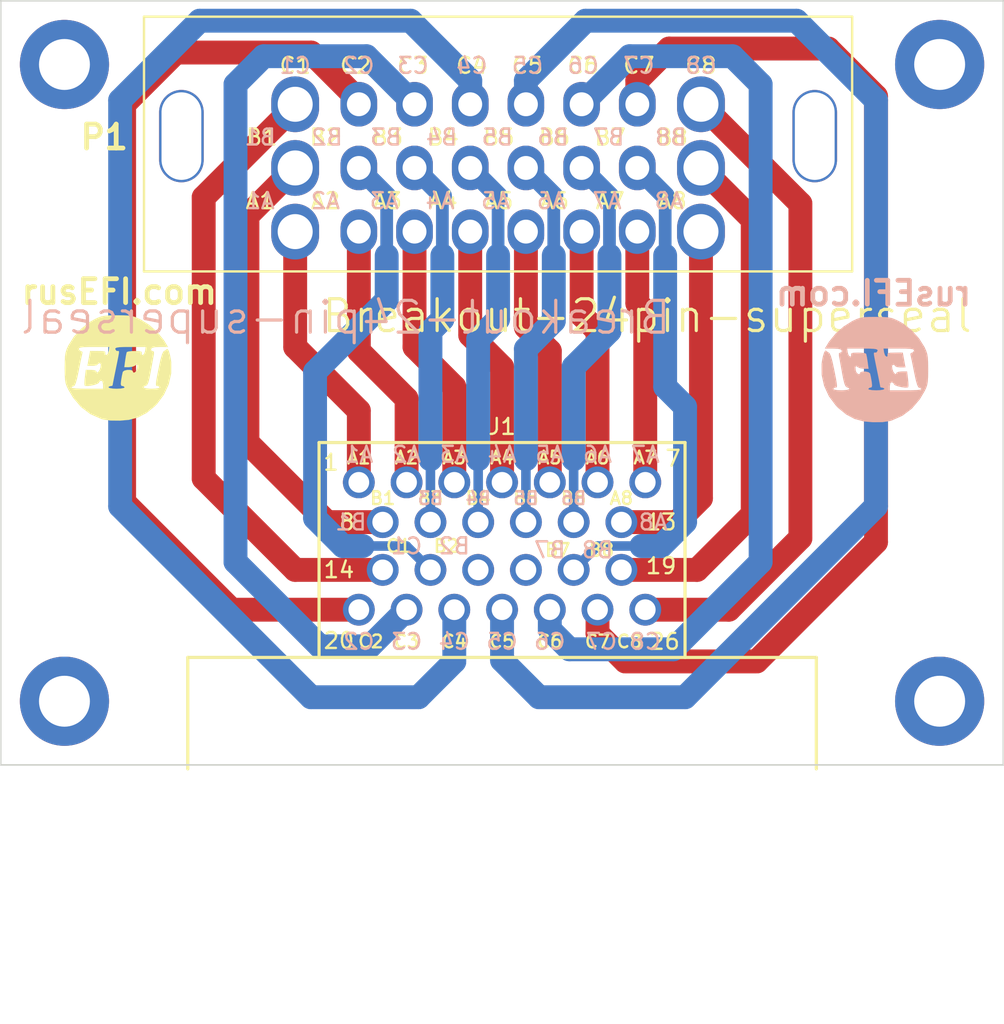
<source format=kicad_pcb>
(kicad_pcb (version 20240108) (generator "pcbnew") (generator_version "8.0")
  (title_block (rev "0.2") (company "rusEFI"))
  (layers (0 "F.Cu" signal) (31 "B.Cu" signal) (34 "B.Paste" user) (35 "F.Paste" user) (36 "B.SilkS" user "B.Silkscreen") (37 "F.SilkS" user "F.Silkscreen") (38 "B.Mask" user) (39 "F.Mask" user) (44 "Edge.Cuts" user))
  (net 0 "")
  (net 3 "/A1")
  (net 4 "/A3")
  (net 5 "/A8")
  (net 6 "/A4")
  (net 7 "/A5")
  (net 8 "/A7")
  (net 9 "/A2")
  (net 10 "/A6")
  (net 11 "/C3")
  (net 12 "/C6")
  (net 13 "/C1")
  (net 14 "/B8")
  (net 15 "/B5")
  (net 16 "/B7")
  (net 17 "/C2")
  (net 18 "/C4")
  (net 19 "/C8")
  (net 20 "/C5")
  (net 21 "/B4")
  (net 22 "/C7")
  (net 23 "/B1")
  (net 24 "/B3")
  (net 25 "/B2")
  (net 26 "/B6")
  (footprint "MountingHole:MountingHole_3.2mm_M3_DIN965_Pad" (layer "F.Cu") (at 119 96 180)
    (property "Reference" "H4" (hide yes))
    (property "Value" "MountingHole" (hide yes))
    (pad "1" thru_hole circle (at 0 0 180) (size 5.6 5.6) (drill 3.2) (layers "*.Cu" "*.Mask"))
  )
  (footprint "rusefi_common:LOGO" (layer "F.Cu") (at 67.36 115.1)
    (property "Reference" "G?" (hide yes))
    (property "Value" "LOGO" (hide yes))
    (fp_poly (pts (xy 3.3528 -0.39624) (xy 3.35026 0.29972) (xy 3.19532 0.9906) (xy 2.8956 1.64338) (xy 2.46634 2.21996) (xy 2.31394 2.37744) (xy 1.80086 2.794) (xy 1.27508 3.07086) (xy 0.68834 3.2258) (xy 0.127 3.27406) (xy -0.46736 3.26898) (xy -0.9271 3.2004) (xy -1.05664 3.16484) (xy -1.73482 2.86258) (xy -2.32156 2.41808) (xy -2.8194 1.83134) (xy -3.10896 1.3462) (xy -3.21564 1.12776) (xy -3.28422 0.92964) (xy -3.32232 0.70866) (xy -3.3401 0.4191) (xy -3.34518 0.01016) (xy -3.34518 -0.04318) (xy -3.3401 -0.46736) (xy -3.32486 -0.77216) (xy -3.28676 -1.0033) (xy -3.22072 -1.21158) (xy -3.11658 -1.44272) (xy -3.10134 -1.46812) (xy -2.7686 -1.99644) (xy -2.31648 -2.49428) (xy -1.79832 -2.90576) (xy -1.47574 -3.09372) (xy -1.23698 -3.20294) (xy -1.03124 -3.2766) (xy -0.80518 -3.31724) (xy -0.51562 -3.33756) (xy -0.10922 -3.34264) (xy -0.04064 -3.34264) (xy 0.37846 -3.3401) (xy 0.68072 -3.32486) (xy 0.90932 -3.2893) (xy 1.1176 -3.22326) (xy 1.35382 -3.11658) (xy 1.44018 -3.0734) (xy 1.97612 -2.73558) (xy 2.47904 -2.28854) (xy 2.88798 -1.78308) (xy 2.95656 -1.67132) (xy 3.14706 -1.35382) (xy 2.63906 -1.35382) (xy 2.32664 -1.34112) (xy 2.14884 -1.2954) (xy 2.08534 -1.22936) (xy 2.10058 -1.12014) (xy 2.1717 -1.10236) (xy 2.26314 -1.05918) (xy 2.26568 -0.90678) (xy 2.25806 -0.86868) (xy 2.2225 -0.6858) (xy 2.16916 -0.38608) (xy 2.10058 -0.01778) (xy 2.06248 0.2032) (xy 1.98374 0.60452) (xy 1.91516 0.86614) (xy 1.84658 1.016) (xy 1.77038 1.07696) (xy 1.76022 1.0795) (xy 1.74752 1.08458) (xy 1.74752 -1.35382) (xy 0.78994 -1.35382) (xy 0.36576 -1.35128) (xy 0.08382 -1.33858) (xy -0.08128 -1.31318) (xy -0.15494 -1.27254) (xy -0.17018 -1.22682) (xy -0.1016 -1.11506) (xy -0.04318 -1.09982) (xy 0.01524 -1.1049) (xy 0.05334 -1.09728) (xy 0.06858 -1.0541) (xy 0.06096 -0.94996) (xy 0.0254 -0.75438) (xy -0.03556 -0.44704) (xy -0.127 0) (xy -0.20828 0.39624) (xy -0.27432 0.72898) (xy -0.32004 0.96266) (xy -0.33782 1.0668) (xy -0.33782 1.06934) (xy -0.40894 1.09728) (xy -0.46482 1.09982) (xy -0.53848 1.12776) (xy -0.53848 -1.35382) (xy -1.49606 -1.35382) (xy -1.92024 -1.35128) (xy -2.20218 -1.33858) (xy -2.36728 -1.31318) (xy -2.44094 -1.27254) (xy -2.45618 -1.22682) (xy -2.3876 -1.1176) (xy -2.3241 -1.09982) (xy -2.22758 -1.04394) (xy -2.23266 -0.9525) (xy -2.26568 -0.8128) (xy -2.3241 -0.5461) (xy -2.39522 -0.19558) (xy -2.4638 0.14732) (xy -2.5654 0.62484) (xy -2.65684 0.9398) (xy -2.73304 1.08712) (xy -2.75844 1.09982) (xy -2.89814 1.15824) (xy -2.921 1.18618) (xy -2.86512 1.22428) (xy -2.64922 1.25222) (xy -2.27838 1.26746) (xy -1.95326 1.27) (xy -0.93218 1.27) (xy -0.93218 1.016) (xy -0.97028 0.8128) (xy -1.05918 0.762) (xy -1.17094 0.8255) (xy -1.18618 0.88138) (xy -1.25984 0.94996) (xy -1.44526 1.01854) (xy -1.67894 1.07188) (xy -1.905 1.09982) (xy -2.06248 1.08712) (xy -2.09042 1.06934) (xy -2.10566 0.96774) (xy -2.09804 0.7493) (xy -2.07772 0.55372) (xy -2.0193 0.08382) (xy -1.68656 0.08382) (xy -1.47828 0.10414) (xy -1.36144 0.15748) (xy -1.35382 0.17526) (xy -1.3208 0.25908) (xy -1.2446 0.22352) (xy -1.1557 0.10414) (xy -1.0922 -0.06858) (xy -1.0922 -0.07112) (xy -1.07442 -0.26416) (xy -1.1303 -0.33782) (xy -1.15316 -0.33782) (xy -1.25984 -0.28956) (xy -1.27 -0.254) (xy -1.3462 -0.20066) (xy -1.53162 -0.17018) (xy -1.59512 -0.17018) (xy -1.9177 -0.17018) (xy -1.83388 -0.635) (xy -1.75006 -1.10236) (xy -1.24714 -1.09982) (xy -0.9652 -1.09474) (xy -0.82042 -1.0668) (xy -0.78486 -1.00838) (xy -0.79248 -0.97282) (xy -0.78232 -0.8636) (xy -0.72644 -0.84582) (xy -0.635 -0.92202) (xy -0.57658 -1.09728) (xy -0.57404 -1.09982) (xy -0.53848 -1.35382) (xy -0.53848 1.12776) (xy -0.57912 1.14554) (xy -0.59182 1.18618) (xy -0.51562 1.22936) (xy -0.31496 1.25984) (xy -0.08382 1.27) (xy 0.18542 1.2573) (xy 0.3683 1.22428) (xy 0.42418 1.18618) (xy 0.35306 1.11252) (xy 0.28702 1.09982) (xy 0.20574 1.07442) (xy 0.18034 0.96774) (xy 0.2032 0.74168) (xy 0.20828 0.70866) (xy 0.254 0.44704) (xy 0.29718 0.24892) (xy 0.31242 0.20066) (xy 0.40894 0.12954) (xy 0.5842 0.0889) (xy 0.7747 0.0889) (xy 0.90678 0.127) (xy 0.93218 0.17018) (xy 0.97282 0.25908) (xy 1.0668 0.2413) (xy 1.16586 0.13716) (xy 1.20904 0.02032) (xy 1.22936 -0.19304) (xy 1.17856 -0.254) (xy 1.08204 -0.18542) (xy 0.93218 -0.11684) (xy 0.70866 -0.08636) (xy 0.69088 -0.08382) (xy 0.40132 -0.08382) (xy 0.45974 -0.52578) (xy 0.50038 -0.7874) (xy 0.54102 -0.9779) (xy 0.5588 -1.03378) (xy 0.6604 -1.06934) (xy 0.87884 -1.09474) (xy 1.07188 -1.09982) (xy 1.34112 -1.0922) (xy 1.4732 -1.06172) (xy 1.50114 -1.00076) (xy 1.49352 -0.97536) (xy 1.50368 -0.8636) (xy 1.55956 -0.84582) (xy 1.651 -0.92202) (xy 1.70942 -1.09728) (xy 1.71196 -1.09982) (xy 1.74752 -1.35382) (xy 1.74752 1.08458) (xy 1.61544 1.14046) (xy 1.62306 1.19888) (xy 1.76276 1.2446) (xy 2.0193 1.26746) (xy 2.11582 1.27) (xy 2.3876 1.2573) (xy 2.57048 1.22428) (xy 2.62382 1.18618) (xy 2.55524 1.10998) (xy 2.49682 1.09982) (xy 2.43586 1.09474) (xy 2.39776 1.06426) (xy 2.3876 0.98298) (xy 2.40284 0.82296) (xy 2.44602 0.56134) (xy 2.52222 0.17272) (xy 2.57302 -0.08128) (xy 2.67716 -0.56388) (xy 2.77368 -0.89408) (xy 2.85496 -1.06426) (xy 2.88544 -1.08712) (xy 3.03276 -1.1811) (xy 3.06324 -1.21666) (xy 3.12674 -1.22428) (xy 3.2004 -1.0922) (xy 3.27406 -0.8509) (xy 3.33502 -0.5334) (xy 3.3528 -0.39624)) (stroke (width 0.00254)) (fill solid) (layer "F.SilkS"))
    (fp_text user "rusEFI.com" (at 0.09 -4.82 0) (layer "F.SilkS") (effects (font (size 1.5 1.5) (thickness 0.3))))
  )
  (footprint "alphax-2ch:33311-24AW-2" (layer "F.Cu") (at 78.5 106.5)
    (property "Reference" "P1" (at -12 -5.931 0) (layer "F.SilkS") (effects (font (size 1.5 1.5) (thickness 0.3))))
    (property "Value" "33311-24AW-2" (hide yes))
    (fp_line (start -9.5 -13.501) (end -9.5 2.499) (stroke (width 0.15)) (layer "F.SilkS"))
    (fp_line (start -9.5 -13.501) (end 35 -13.501) (stroke (width 0.15)) (layer "F.SilkS"))
    (fp_line (start 35 -13.501) (end 35 2.499) (stroke (width 0.15)) (layer "F.SilkS"))
    (fp_line (start 35 2.499) (end -9.5 2.499) (stroke (width 0.15)) (layer "F.SilkS"))
    (fp_text user "C4" (at 11.1 -10.431 0) (layer "B.SilkS") (effects (justify mirror)))
    (fp_text user "B6" (at 16.2 -5.931 0) (layer "B.SilkS") (effects (justify mirror)))
    (fp_text user "A2" (at 1.9 -1.931 0) (layer "B.SilkS") (effects (justify mirror)))
    (fp_text user "A7" (at 19.6 -1.931 0) (layer "B.SilkS") (effects (justify mirror)))
    (fp_text user "C2" (at 4 -10.431 0) (layer "B.SilkS") (effects (justify mirror)))
    (fp_text user "A5" (at 12.6 -1.931 0) (layer "B.SilkS") (effects (justify mirror)))
    (fp_text user "B5" (at 12.7 -5.931 0) (layer "B.SilkS") (effects (justify mirror)))
    (fp_text user "B4" (at 9.2 -5.931 0) (layer "B.SilkS") (effects (justify mirror)))
    (fp_text user "C5" (at 14.6 -10.431 0) (layer "B.SilkS") (effects (justify mirror)))
    (fp_text user "A6" (at 16.1 -1.931 0) (layer "B.SilkS") (effects (justify mirror)))
    (fp_text user "B8" (at 23.6 -5.931 0) (layer "B.SilkS") (effects (justify mirror)))
    (fp_text user "C7" (at 21.6 -10.431 0) (layer "B.SilkS") (effects (justify mirror)))
    (fp_text user "C1" (at 0 -10.431 0) (layer "B.SilkS") (effects (justify mirror)))
    (fp_text user "B7" (at 19.7 -5.931 0) (layer "B.SilkS") (effects (justify mirror)))
    (fp_text user "C8" (at 25.5 -10.431 0) (layer "B.SilkS") (effects (justify mirror)))
    (fp_text user "A1" (at -2.2 -1.931 0) (layer "B.SilkS") (effects (justify mirror)))
    (fp_text user "B3" (at 5.7 -5.931 0) (layer "B.SilkS") (effects (justify mirror)))
    (fp_text user "A3" (at 5.6 -1.931 0) (layer "B.SilkS") (effects (justify mirror)))
    (fp_text user "C3" (at 7.4 -10.431 0) (layer "B.SilkS") (effects (justify mirror)))
    (fp_text user "B2" (at 2 -5.931 0) (layer "B.SilkS") (effects (justify mirror)))
    (fp_text user "A8" (at 23.5 -1.931 0) (layer "B.SilkS") (effects (justify mirror)))
    (fp_text user "A4" (at 9.1 -1.931 0) (layer "B.SilkS") (effects (justify mirror)))
    (fp_text user "B1" (at -2.2 -5.931 0) (layer "B.SilkS") (effects (justify mirror)))
    (fp_text user "C6" (at 18.1 -10.431 0) (layer "B.SilkS") (effects (justify mirror)))
    (fp_text user "B5" (at 12.8 -5.931 0) (layer "F.SilkS"))
    (fp_text user "A3" (at 5.8 -1.931 0) (layer "F.SilkS"))
    (fp_text user "C2" (at 3.8 -10.431 0) (layer "F.SilkS"))
    (fp_text user "B8" (at 23.7 -5.931 0) (layer "F.SilkS"))
    (fp_text user "A8" (at 23.7 -1.931 0) (layer "F.SilkS"))
    (fp_text user "A6" (at 16.3 -1.931 0) (layer "F.SilkS"))
    (fp_text user "A5" (at 12.8 -1.931 0) (layer "F.SilkS"))
    (fp_text user "A7" (at 19.8 -1.931 0) (layer "F.SilkS"))
    (fp_text user "C5" (at 14.6 -10.431 0) (layer "F.SilkS"))
    (fp_text user "C4" (at 11.1 -10.431 0) (layer "F.SilkS"))
    (fp_text user "B1" (at -2.1 -5.931 0) (layer "F.SilkS"))
    (fp_text user "A4" (at 9.3 -1.931 0) (layer "F.SilkS"))
    (fp_text user "C3" (at 7.4 -10.431 0) (layer "F.SilkS"))
    (fp_text user "A1" (at -2.2 -1.931 0) (layer "F.SilkS"))
    (fp_text user "B2" (at 1.9 -5.931 0) (layer "F.SilkS"))
    (fp_text user "A2" (at 1.9 -1.931 0) (layer "F.SilkS"))
    (fp_text user "B6" (at 16.3 -5.931 0) (layer "F.SilkS"))
    (fp_text user "C7" (at 21.6 -10.431 0) (layer "F.SilkS"))
    (fp_text user "B3" (at 5.8 -5.931 0) (layer "F.SilkS"))
    (fp_text user "C6" (at 18.1 -10.431 0) (layer "F.SilkS"))
    (fp_text user "C8" (at 25.5 -10.431 0) (layer "F.SilkS"))
    (fp_text user "C1" (at 0 -10.431 0) (layer "F.SilkS"))
    (fp_text user "B7" (at 19.8 -5.931 0) (layer "F.SilkS"))
    (fp_text user "B4" (at 9.3 -5.931 0) (layer "F.SilkS"))
    (pad "" thru_hole oval (at -7.15 -6 270) (size 5.8 2.8) (drill oval 5.5 2.5) (layers "*.Cu" "*.Mask"))
    (pad "" thru_hole oval (at 32.65 -6 270) (size 5.8 2.8) (drill oval 5.5 2.5) (layers "*.Cu" "*.Mask"))
    (pad "1" thru_hole oval (at 0 0 270) (size 3.5 3) (drill 2.2) (layers "*.Cu" "*.Mask") (net 3 "/A1"))
    (pad "2" thru_hole oval (at 4 0 270) (size 2.8 2.3) (drill 1.5) (layers "*.Cu" "*.Mask") (net 9 "/A2"))
    (pad "3" thru_hole oval (at 7.5 0 270) (size 2.8 2.3) (drill 1.5) (layers "*.Cu" "*.Mask") (net 4 "/A3"))
    (pad "4" thru_hole oval (at 11 0 270) (size 2.8 2.3) (drill 1.5) (layers "*.Cu" "*.Mask") (net 6 "/A4"))
    (pad "5" thru_hole oval (at 14.5 0 270) (size 2.8 2.3) (drill 1.5) (layers "*.Cu" "*.Mask") (net 7 "/A5"))
    (pad "6" thru_hole oval (at 18 0 270) (size 2.8 2.3) (drill 1.5) (layers "*.Cu" "*.Mask") (net 10 "/A6"))
    (pad "7" thru_hole oval (at 21.5 0 270) (size 2.8 2.3) (drill 1.5) (layers "*.Cu" "*.Mask") (net 8 "/A7"))
    (pad "8" thru_hole oval (at 25.5 0 270) (size 3.5 3) (drill 2.2) (layers "*.Cu" "*.Mask") (net 5 "/A8"))
    (pad "9" thru_hole oval (at 0 -4 270) (size 3.5 3) (drill 2.2) (layers "*.Cu" "*.Mask") (net 23 "/B1"))
    (pad "10" thru_hole oval (at 4 -4 270) (size 2.8 2.3) (drill 1.5) (layers "*.Cu" "*.Mask") (net 25 "/B2"))
    (pad "11" thru_hole oval (at 7.5 -4 270) (size 2.8 2.3) (drill 1.5) (layers "*.Cu" "*.Mask") (net 24 "/B3"))
    (pad "12" thru_hole oval (at 11 -4 270) (size 2.8 2.3) (drill 1.5) (layers "*.Cu" "*.Mask") (net 21 "/B4"))
    (pad "13" thru_hole oval (at 14.5 -4 270) (size 2.8 2.3) (drill 1.5) (layers "*.Cu" "*.Mask") (net 15 "/B5"))
    (pad "14" thru_hole oval (at 18 -4 270) (size 2.8 2.3) (drill 1.5) (layers "*.Cu" "*.Mask") (net 26 "/B6"))
    (pad "15" thru_hole oval (at 21.5 -4 270) (size 2.8 2.3) (drill 1.5) (layers "*.Cu" "*.Mask") (net 16 "/B7"))
    (pad "16" thru_hole oval (at 25.5 -4 270) (size 3.5 3) (drill 2.2) (layers "*.Cu" "*.Mask") (net 14 "/B8"))
    (pad "17" thru_hole oval (at 0 -8 270) (size 3.5 3) (drill 2.2) (layers "*.Cu" "*.Mask") (net 13 "/C1"))
    (pad "18" thru_hole oval (at 4 -8 270) (size 2.8 2.3) (drill 1.5) (layers "*.Cu" "*.Mask") (net 17 "/C2"))
    (pad "19" thru_hole oval (at 7.5 -8 270) (size 2.8 2.3) (drill 1.5) (layers "*.Cu" "*.Mask") (net 11 "/C3"))
    (pad "20" thru_hole oval (at 11 -8 270) (size 2.8 2.3) (drill 1.5) (layers "*.Cu" "*.Mask") (net 18 "/C4"))
    (pad "21" thru_hole oval (at 14.5 -8 270) (size 2.8 2.3) (drill 1.5) (layers "*.Cu" "*.Mask") (net 20 "/C5"))
    (pad "22" thru_hole oval (at 18 -8 270) (size 2.8 2.3) (drill 1.5) (layers "*.Cu" "*.Mask") (net 12 "/C6"))
    (pad "23" thru_hole oval (at 21.5 -8 270) (size 2.8 2.3) (drill 1.5) (layers "*.Cu" "*.Mask") (net 22 "/C7"))
    (pad "24" thru_hole oval (at 25.5 -8 270) (size 3.5 3) (drill 2.2) (layers "*.Cu" "*.Mask") (net 19 "/C8"))
  )
  (footprint "Connectors:6473423-1" (layer "F.Cu") (at 91.5 136.75)
    (property "Reference" "J1" (at 0 -18 0) (layer "F.SilkS"))
    (property "Value" "6473423-1")
    (fp_line (start -19.75 -3.5) (end -19.75 3.5) (stroke (width 0.2)) (layer "F.SilkS"))
    (fp_line (start -19.75 -3.5) (end 19.75 -3.5) (stroke (width 0.2)) (layer "F.SilkS"))
    (fp_line (start -11.5 -17) (end -11.5 -3.5) (stroke (width 0.2)) (layer "F.SilkS"))
    (fp_line (start -11.5 -17) (end 11.5 -17) (stroke (width 0.2)) (layer "F.SilkS"))
    (fp_line (start 11.5 -17) (end 11.5 -3.5) (stroke (width 0.2)) (layer "F.SilkS"))
    (fp_line (start 19.75 -3.5) (end 19.75 3.5) (stroke (width 0.2)) (layer "F.SilkS"))
    (fp_text user "8" (at -9.75 -12 0) (layer "F.SilkS"))
    (fp_text user "13" (at 10 -12 0) (layer "F.SilkS"))
    (fp_text user "7" (at 10.75 -16 0) (layer "F.SilkS"))
    (fp_text user "1" (at -10.75 -15.75 0) (layer "F.SilkS"))
    (fp_text user "20" (at -10.25 -4.553234 0) (layer "F.SilkS"))
    (fp_text user "19" (at 10 -9.25 0) (layer "F.SilkS"))
    (fp_text user "26" (at 10.213754 -4.5 0) (layer "F.SilkS"))
    (fp_text user "14" (at -10.25 -9 0) (layer "F.SilkS"))
    (pad "" np_thru_hole circle (at -16.25 0) (size 3.3 3.3) (drill 3.3) (layers "F&B.Cu" "*.Mask"))
    (pad "" np_thru_hole circle (at 16.25 0) (size 3.3 3.3) (drill 3.3) (layers "F&B.Cu" "*.Mask"))
    (pad "1" thru_hole circle (at -9 -14.5 270) (size 2 2) (drill 1.3) (layers "*.Cu" "*.Mask") (net 3 "/A1"))
    (pad "2" thru_hole circle (at -6 -14.5) (size 2 2) (drill 1.3) (layers "*.Cu" "*.Mask") (net 9 "/A2"))
    (pad "3" thru_hole circle (at -3 -14.5) (size 2 2) (drill 1.3) (layers "*.Cu" "*.Mask") (net 4 "/A3"))
    (pad "4" thru_hole circle (at 0 -14.5) (size 2 2) (drill 1.3) (layers "*.Cu" "*.Mask") (net 6 "/A4"))
    (pad "5" thru_hole circle (at 3 -14.5 270) (size 2 2) (drill 1.3) (layers "*.Cu" "*.Mask") (net 7 "/A5"))
    (pad "6" thru_hole circle (at 6 -14.5) (size 2 2) (drill 1.3) (layers "*.Cu" "*.Mask") (net 10 "/A6"))
    (pad "7" thru_hole circle (at 9 -14.5) (size 2 2) (drill 1.3) (layers "*.Cu" "*.Mask") (net 8 "/A7"))
    (pad "8" thru_hole circle (at -7.5 -12 270) (size 2 2) (drill 1.3) (layers "*.Cu" "*.Mask") (net 23 "/B1"))
    (pad "9" thru_hole circle (at -4.5 -12) (size 2 2) (drill 1.3) (layers "*.Cu" "*.Mask") (net 24 "/B3"))
    (pad "10" thru_hole circle (at -1.5 -12) (size 2 2) (drill 1.3) (layers "*.Cu" "*.Mask") (net 21 "/B4"))
    (pad "11" thru_hole circle (at 1.5 -12) (size 2 2) (drill 1.3) (layers "*.Cu" "*.Mask") (net 15 "/B5"))
    (pad "12" thru_hole circle (at 4.5 -12 270) (size 2 2) (drill 1.3) (layers "*.Cu" "*.Mask") (net 26 "/B6"))
    (pad "13" thru_hole circle (at 7.5 -12) (size 2 2) (drill 1.3) (layers "*.Cu" "*.Mask") (net 5 "/A8"))
    (pad "14" thru_hole circle (at -7.5 -9 270) (size 2 2) (drill 1.3) (layers "*.Cu" "*.Mask") (net 13 "/C1"))
    (pad "15" thru_hole circle (at -4.5 -9) (size 2 2) (drill 1.3) (layers "*.Cu" "*.Mask") (net 25 "/B2"))
    (pad "16" thru_hole circle (at -1.5 -9) (size 2 2) (drill 1.3) (layers "*.Cu" "*.Mask"))
    (pad "17" thru_hole circle (at 1.5 -9) (size 2 2) (drill 1.3) (layers "*.Cu" "*.Mask"))
    (pad "18" thru_hole circle (at 4.5 -9 270) (size 2 2) (drill 1.3) (layers "*.Cu" "*.Mask") (net 16 "/B7"))
    (pad "19" thru_hole circle (at 7.5 -9) (size 2 2) (drill 1.3) (layers "*.Cu" "*.Mask") (net 14 "/B8"))
    (pad "20" thru_hole circle (at -9 -6.5 270) (size 2 2) (drill 1.3) (layers "*.Cu" "*.Mask") (net 17 "/C2"))
    (pad "21" thru_hole circle (at -6 -6.5) (size 2 2) (drill 1.3) (layers "*.Cu" "*.Mask") (net 11 "/C3"))
    (pad "22" thru_hole circle (at -3 -6.5) (size 2 2) (drill 1.3) (layers "*.Cu" "*.Mask") (net 18 "/C4"))
    (pad "23" thru_hole circle (at 0 -6.5) (size 2 2) (drill 1.3) (layers "*.Cu" "*.Mask") (net 20 "/C5"))
    (pad "24" thru_hole circle (at 3 -6.5 270) (size 2 2) (drill 1.3) (layers "*.Cu" "*.Mask") (net 12 "/C6"))
    (pad "25" thru_hole circle (at 6 -6.5) (size 2 2) (drill 1.3) (layers "*.Cu" "*.Mask") (net 22 "/C7"))
    (pad "26" thru_hole circle (at 9 -6.5) (size 2 2) (drill 1.3) (layers "*.Cu" "*.Mask") (net 19 "/C8"))
  )
  (footprint "MountingHole:MountingHole_3.2mm_M3_DIN965_Pad" (layer "F.Cu") (at 64 136 180)
    (property "Reference" "H1" (hide yes))
    (property "Value" "MountingHole" (hide yes))
    (pad "1" thru_hole circle (at 0 0 180) (size 5.6 5.6) (drill 3.2) (layers "*.Cu" "*.Mask"))
  )
  (footprint "MountingHole:MountingHole_3.2mm_M3_DIN965_Pad" (layer "F.Cu") (at 64 96 180)
    (property "Reference" "H3" (hide yes))
    (property "Value" "MountingHole" (hide yes))
    (pad "1" thru_hole circle (at 0 0 180) (size 5.6 5.6) (drill 3.2) (layers "*.Cu" "*.Mask"))
  )
  (footprint "MountingHole:MountingHole_3.2mm_M3_DIN965_Pad" (layer "F.Cu") (at 119 136 180)
    (property "Reference" "H2" (hide yes))
    (property "Value" "MountingHole" (hide yes))
    (pad "1" thru_hole circle (at 0 0 180) (size 5.6 5.6) (drill 3.2) (layers "*.Cu" "*.Mask"))
  )
  (footprint "rusefi_common:LOGO" (layer "B.Cu") (at 114.934286 115.2 180)
    (property "Reference" "G?" (hide yes))
    (property "Value" "LOGO" (hide yes))
    (fp_poly (pts (xy 3.3528 0.39624) (xy 3.35026 -0.29972) (xy 3.19532 -0.9906) (xy 2.8956 -1.64338) (xy 2.46634 -2.21996) (xy 2.31394 -2.37744) (xy 1.80086 -2.794) (xy 1.27508 -3.07086) (xy 0.68834 -3.2258) (xy 0.127 -3.27406) (xy -0.46736 -3.26898) (xy -0.9271 -3.2004) (xy -1.05664 -3.16484) (xy -1.73482 -2.86258) (xy -2.32156 -2.41808) (xy -2.8194 -1.83134) (xy -3.10896 -1.3462) (xy -3.21564 -1.12776) (xy -3.28422 -0.92964) (xy -3.32232 -0.70866) (xy -3.3401 -0.4191) (xy -3.34518 -0.01016) (xy -3.34518 0.04318) (xy -3.3401 0.46736) (xy -3.32486 0.77216) (xy -3.28676 1.0033) (xy -3.22072 1.21158) (xy -3.11658 1.44272) (xy -3.10134 1.46812) (xy -2.7686 1.99644) (xy -2.31648 2.49428) (xy -1.79832 2.90576) (xy -1.47574 3.09372) (xy -1.23698 3.20294) (xy -1.03124 3.2766) (xy -0.80518 3.31724) (xy -0.51562 3.33756) (xy -0.10922 3.34264) (xy -0.04064 3.34264) (xy 0.37846 3.3401) (xy 0.68072 3.32486) (xy 0.90932 3.2893) (xy 1.1176 3.22326) (xy 1.35382 3.11658) (xy 1.44018 3.0734) (xy 1.97612 2.73558) (xy 2.47904 2.28854) (xy 2.88798 1.78308) (xy 2.95656 1.67132) (xy 3.14706 1.35382) (xy 2.63906 1.35382) (xy 2.32664 1.34112) (xy 2.14884 1.2954) (xy 2.08534 1.22936) (xy 2.10058 1.12014) (xy 2.1717 1.10236) (xy 2.26314 1.05918) (xy 2.26568 0.90678) (xy 2.25806 0.86868) (xy 2.2225 0.6858) (xy 2.16916 0.38608) (xy 2.10058 0.01778) (xy 2.06248 -0.2032) (xy 1.98374 -0.60452) (xy 1.91516 -0.86614) (xy 1.84658 -1.016) (xy 1.77038 -1.07696) (xy 1.76022 -1.0795) (xy 1.74752 -1.08458) (xy 1.74752 1.35382) (xy 0.78994 1.35382) (xy 0.36576 1.35128) (xy 0.08382 1.33858) (xy -0.08128 1.31318) (xy -0.15494 1.27254) (xy -0.17018 1.22682) (xy -0.1016 1.11506) (xy -0.04318 1.09982) (xy 0.01524 1.1049) (xy 0.05334 1.09728) (xy 0.06858 1.0541) (xy 0.06096 0.94996) (xy 0.0254 0.75438) (xy -0.03556 0.44704) (xy -0.127 0) (xy -0.20828 -0.39624) (xy -0.27432 -0.72898) (xy -0.32004 -0.96266) (xy -0.33782 -1.0668) (xy -0.33782 -1.06934) (xy -0.40894 -1.09728) (xy -0.46482 -1.09982) (xy -0.53848 -1.12776) (xy -0.53848 1.35382) (xy -1.49606 1.35382) (xy -1.92024 1.35128) (xy -2.20218 1.33858) (xy -2.36728 1.31318) (xy -2.44094 1.27254) (xy -2.45618 1.22682) (xy -2.3876 1.1176) (xy -2.3241 1.09982) (xy -2.22758 1.04394) (xy -2.23266 0.9525) (xy -2.26568 0.8128) (xy -2.3241 0.5461) (xy -2.39522 0.19558) (xy -2.4638 -0.14732) (xy -2.5654 -0.62484) (xy -2.65684 -0.9398) (xy -2.73304 -1.08712) (xy -2.75844 -1.09982) (xy -2.89814 -1.15824) (xy -2.921 -1.18618) (xy -2.86512 -1.22428) (xy -2.64922 -1.25222) (xy -2.27838 -1.26746) (xy -1.95326 -1.27) (xy -0.93218 -1.27) (xy -0.93218 -1.016) (xy -0.97028 -0.8128) (xy -1.05918 -0.762) (xy -1.17094 -0.8255) (xy -1.18618 -0.88138) (xy -1.25984 -0.94996) (xy -1.44526 -1.01854) (xy -1.67894 -1.07188) (xy -1.905 -1.09982) (xy -2.06248 -1.08712) (xy -2.09042 -1.06934) (xy -2.10566 -0.96774) (xy -2.09804 -0.7493) (xy -2.07772 -0.55372) (xy -2.0193 -0.08382) (xy -1.68656 -0.08382) (xy -1.47828 -0.10414) (xy -1.36144 -0.15748) (xy -1.35382 -0.17526) (xy -1.3208 -0.25908) (xy -1.2446 -0.22352) (xy -1.1557 -0.10414) (xy -1.0922 0.06858) (xy -1.0922 0.07112) (xy -1.07442 0.26416) (xy -1.1303 0.33782) (xy -1.15316 0.33782) (xy -1.25984 0.28956) (xy -1.27 0.254) (xy -1.3462 0.20066) (xy -1.53162 0.17018) (xy -1.59512 0.17018) (xy -1.9177 0.17018) (xy -1.83388 0.635) (xy -1.75006 1.10236) (xy -1.24714 1.09982) (xy -0.9652 1.09474) (xy -0.82042 1.0668) (xy -0.78486 1.00838) (xy -0.79248 0.97282) (xy -0.78232 0.8636) (xy -0.72644 0.84582) (xy -0.635 0.92202) (xy -0.57658 1.09728) (xy -0.57404 1.09982) (xy -0.53848 1.35382) (xy -0.53848 -1.12776) (xy -0.57912 -1.14554) (xy -0.59182 -1.18618) (xy -0.51562 -1.22936) (xy -0.31496 -1.25984) (xy -0.08382 -1.27) (xy 0.18542 -1.2573) (xy 0.3683 -1.22428) (xy 0.42418 -1.18618) (xy 0.35306 -1.11252) (xy 0.28702 -1.09982) (xy 0.20574 -1.07442) (xy 0.18034 -0.96774) (xy 0.2032 -0.74168) (xy 0.20828 -0.70866) (xy 0.254 -0.44704) (xy 0.29718 -0.24892) (xy 0.31242 -0.20066) (xy 0.40894 -0.12954) (xy 0.5842 -0.0889) (xy 0.7747 -0.0889) (xy 0.90678 -0.127) (xy 0.93218 -0.17018) (xy 0.97282 -0.25908) (xy 1.0668 -0.2413) (xy 1.16586 -0.13716) (xy 1.20904 -0.02032) (xy 1.22936 0.19304) (xy 1.17856 0.254) (xy 1.08204 0.18542) (xy 0.93218 0.11684) (xy 0.70866 0.08636) (xy 0.69088 0.08382) (xy 0.40132 0.08382) (xy 0.45974 0.52578) (xy 0.50038 0.7874) (xy 0.54102 0.9779) (xy 0.5588 1.03378) (xy 0.6604 1.06934) (xy 0.87884 1.09474) (xy 1.07188 1.09982) (xy 1.34112 1.0922) (xy 1.4732 1.06172) (xy 1.50114 1.00076) (xy 1.49352 0.97536) (xy 1.50368 0.8636) (xy 1.55956 0.84582) (xy 1.651 0.92202) (xy 1.70942 1.09728) (xy 1.71196 1.09982) (xy 1.74752 1.35382) (xy 1.74752 -1.08458) (xy 1.61544 -1.14046) (xy 1.62306 -1.19888) (xy 1.76276 -1.2446) (xy 2.0193 -1.26746) (xy 2.11582 -1.27) (xy 2.3876 -1.2573) (xy 2.57048 -1.22428) (xy 2.62382 -1.18618) (xy 2.55524 -1.10998) (xy 2.49682 -1.09982) (xy 2.43586 -1.09474) (xy 2.39776 -1.06426) (xy 2.3876 -0.98298) (xy 2.40284 -0.82296) (xy 2.44602 -0.56134) (xy 2.52222 -0.17272) (xy 2.57302 0.08128) (xy 2.67716 0.56388) (xy 2.77368 0.89408) (xy 2.85496 1.06426) (xy 2.88544 1.08712) (xy 3.03276 1.1811) (xy 3.06324 1.21666) (xy 3.12674 1.22428) (xy 3.2004 1.0922) (xy 3.27406 0.8509) (xy 3.33502 0.5334) (xy 3.3528 0.39624)) (stroke (width 0.00254)) (fill solid) (layer "B.SilkS"))
    (fp_text user "rusEFI.com" (at 0.09 4.82 0) (layer "B.SilkS") (effects (font (size 1.5 1.5) (thickness 0.3)) (justify mirror)))
  )
  (gr_line (start 60 92) (end 60 140) (stroke (width 0.1)) (layer "Edge.Cuts"))
  (gr_line (start 123 92) (end 60 92) (stroke (width 0.1)) (layer "Edge.Cuts"))
  (gr_line (start 60 140) (end 123 140) (stroke (width 0.1)) (layer "Edge.Cuts"))
  (gr_line (start 123 140) (end 123 92) (stroke (width 0.1)) (layer "Edge.Cuts"))
  (gr_text "B4" (at 90 123.25 0) (layer "B.SilkS") (effects (font (size 0.8 0.8)) (justify mirror)))
  (gr_text "C3" (at 85.5 132.25 0) (layer "B.SilkS") (effects (font (size 1 1)) (justify mirror)))
  (gr_text "B2" (at 88.5 126.25 0) (layer "B.SilkS") (effects (font (size 1 1)) (justify mirror)))
  (gr_text "C4" (at 88.5 132.25 0) (layer "B.SilkS") (effects (font (size 1 1)) (justify mirror)))
  (gr_text "Breakout-24pin-superseal" (at 81.684286 111.9 0) (layer "B.SilkS") (effects (font (size 2 2) (thickness 0.2)) (justify mirror)))
  (gr_text "A2" (at 85.5 120.5 0) (layer "B.SilkS") (effects (font (size 1 1)) (justify mirror)))
  (gr_text "A6" (at 97.5 120.5 0) (layer "B.SilkS") (effects (font (size 1 1)) (justify mirror)))
  (gr_text "A7" (at 100.5 120.5 0) (layer "B.SilkS") (effects (font (size 1 1)) (justify mirror)))
  (gr_text "C8" (at 100.5 132.25 0) (layer "B.SilkS") (effects (font (size 1 1)) (justify mirror)))
  (gr_text "C6" (at 94.5 132.25 0) (layer "B.SilkS") (effects (font (size 1 1)) (justify mirror)))
  (gr_text "C7" (at 97.75 132.25 0) (layer "B.SilkS") (effects (font (size 1 1)) (justify mirror)))
  (gr_text "A1" (at 82.5 120.5 0) (layer "B.SilkS") (effects (font (size 1 1)) (justify mirror)))
  (gr_text "A5" (at 94.5 120.5 0) (layer "B.SilkS") (effects (font (size 1 1)) (justify mirror)))
  (gr_text "A3" (at 88.5 120.5 0) (layer "B.SilkS") (effects (font (size 1 1)) (justify mirror)))
  (gr_text "B7" (at 94.5 126.5 0) (layer "B.SilkS") (effects (font (size 1 1)) (justify mirror)))
  (gr_text "C2" (at 82.5 132.25 0) (layer "B.SilkS") (effects (font (size 1 1)) (justify mirror)))
  (gr_text "B3" (at 87 123.25 0) (layer "B.SilkS") (effects (font (size 0.8 0.8)) (justify mirror)))
  (gr_text "B1" (at 82 124.75 0) (layer "B.SilkS") (effects (font (size 1 1)) (justify mirror)))
  (gr_text "A8" (at 101 124.75 0) (layer "B.SilkS") (effects (font (size 1 1)) (justify mirror)))
  (gr_text "B5" (at 93 123.25 0) (layer "B.SilkS") (effects (font (size 0.8 0.8)) (justify mirror)))
  (gr_text "A4" (at 91.5 120.5 0) (layer "B.SilkS") (effects (font (size 1 1)) (justify mirror)))
  (gr_text "C5" (at 91.5 132.25 0) (layer "B.SilkS") (effects (font (size 1 1)) (justify mirror)))
  (gr_text "B6" (at 96 123.25 0) (layer "B.SilkS") (effects (font (size 0.8 0.8)) (justify mirror)))
  (gr_text "C1" (at 85.5 126.25 0) (layer "B.SilkS") (effects (font (size 1 1)) (justify mirror)))
  (gr_text "B8" (at 97.5 126.5 0) (layer "B.SilkS") (effects (font (size 1 1)) (justify mirror)))
  (gr_text "C2" (at 83.25 132.25 0) (layer "F.SilkS") (effects (font (size 0.8 0.8))))
  (gr_text "B4" (at 90 123.25 0) (layer "F.SilkS") (effects (font (size 0.8 0.8))))
  (gr_text "A7" (at 100.5 120.7 0) (layer "F.SilkS") (effects (font (size 0.8 0.8))))
  (gr_text "C4" (at 88.5 132.25 0) (layer "F.SilkS") (effects (font (size 0.8 0.8))))
  (gr_text "Breakout-24pin-superseal" (at 100.61 111.8 0) (layer "F.SilkS") (effects (font (size 2 2) (thickness 0.2))))
  (gr_text "A3" (at 88.5 120.7 0) (layer "F.SilkS") (effects (font (size 0.8 0.8))))
  (gr_text "A1" (at 82.5 120.7 0) (layer "F.SilkS") (effects (font (size 0.8 0.8))))
  (gr_text "B3" (at 87 123.25 0) (layer "F.SilkS") (effects (font (size 0.8 0.8))))
  (gr_text "A5" (at 94.5 120.7 0) (layer "F.SilkS") (effects (font (size 0.8 0.8))))
  (gr_text "B7" (at 95 126.5 0) (layer "F.SilkS") (effects (font (size 0.8 0.8))))
  (gr_text "A4" (at 91.5 120.7 0) (layer "F.SilkS") (effects (font (size 0.8 0.8))))
  (gr_text "C7" (at 97.5 132.25 0) (layer "F.SilkS") (effects (font (size 0.8 0.8))))
  (gr_text "B8" (at 97.75 126.5 0) (layer "F.SilkS") (effects (font (size 0.8 0.8))))
  (gr_text "C5" (at 91.5 132.25 0) (layer "F.SilkS") (effects (font (size 0.8 0.8))))
  (gr_text "C8" (at 99.5 132.25 0) (layer "F.SilkS") (effects (font (size 0.8 0.8))))
  (gr_text "A8" (at 99 123.25 0) (layer "F.SilkS") (effects (font (size 0.8 0.8))))
  (gr_text "C6" (at 94.5 132.25 0) (layer "F.SilkS") (effects (font (size 0.8 0.8))))
  (gr_text "B5" (at 93 123.25 0) (layer "F.SilkS") (effects (font (size 0.8 0.8))))
  (gr_text "A2" (at 85.5 120.7 0) (layer "F.SilkS") (effects (font (size 0.8 0.8))))
  (gr_text "B2" (at 88 126.25 0) (layer "F.SilkS") (effects (font (size 0.8 0.8))))
  (gr_text "B1" (at 84 123.25 0) (layer "F.SilkS") (effects (font (size 0.8 0.8))))
  (gr_text "C1" (at 85 126.25 0) (layer "F.SilkS") (effects (font (size 0.8 0.8))))
  (gr_text "C3" (at 85.5 132.25 0) (layer "F.SilkS") (effects (font (size 0.8 0.8))))
  (gr_text "B6" (at 96 123.25 0) (layer "F.SilkS") (effects (font (size 0.8 0.8))))
  (gr_text "A6" (at 97.5 120.7 0) (layer "F.SilkS") (effects (font (size 0.8 0.8))))
  (segment (start 78.5 113.75) (end 82.5 117.75) (width 1.5) (layer "F.Cu") (net 3))
  (segment (start 78.5 106.5) (end 78.5 113.75) (width 1.5) (layer "F.Cu") (net 3))
  (segment (start 82.5 117.75) (end 82.5 122.25) (width 1.5) (layer "F.Cu") (net 3))
  (segment (start 86 113.75) (end 88.5 116.25) (width 1.5) (layer "F.Cu") (net 4))
  (segment (start 86 106.5) (end 86 113.75) (width 1.5) (layer "F.Cu") (net 4))
  (segment (start 88.5 116.25) (end 88.5 122.25) (width 1.5) (layer "F.Cu") (net 4))
  (segment (start 102.5 124.75) (end 99 124.75) (width 1.5) (layer "F.Cu") (net 5))
  (segment (start 104 106.5) (end 104 123.25) (width 1.5) (layer "F.Cu") (net 5))
  (segment (start 104 123.25) (end 102.5 124.75) (width 1.5) (layer "F.Cu") (net 5))
  (segment (start 91.5 115) (end 91.5 122.25) (width 1.5) (layer "F.Cu") (net 6))
  (segment (start 89.5 106.5) (end 89.5 113) (width 1.5) (layer "F.Cu") (net 6))
  (segment (start 89.5 113) (end 91.5 115) (width 1.5) (layer "F.Cu") (net 6))
  (segment (start 94.5 114) (end 94.5 122.25) (width 1.5) (layer "F.Cu") (net 7))
  (segment (start 93 106.5) (end 93 112.5) (width 1.5) (layer "F.Cu") (net 7))
  (segment (start 93 112.5) (end 94.5 114) (width 1.5) (layer "F.Cu") (net 7))
  (segment (start 100 111) (end 100.5 111.5) (width 1.5) (layer "F.Cu") (net 8))
  (segment (start 100 106.5) (end 100 111) (width 1.5) (layer "F.Cu") (net 8))
  (segment (start 100.5 111.5) (end 100.5 122.25) (width 1.5) (layer "F.Cu") (net 8))
  (segment (start 85.5 117) (end 85.5 122.25) (width 1.5) (layer "F.Cu") (net 9))
  (segment (start 82.5 114) (end 85.5 117) (width 1.5) (layer "F.Cu") (net 9))
  (segment (start 82.5 106.5) (end 82.5 114) (width 1.5) (layer "F.Cu") (net 9))
  (segment (start 96.5 106.5) (end 96.5 111.75) (width 1.5) (layer "F.Cu") (net 10))
  (segment (start 97.5 112.75) (end 97.5 122.25) (width 1.5) (layer "F.Cu") (net 10))
  (segment (start 96.5 111.75) (end 97.5 112.75) (width 1.5) (layer "F.Cu") (net 10))
  (segment (start 80.049478 132.549478) (end 83.200522 132.549478) (width 1.5) (layer "B.Cu") (net 11))
  (segment (start 86 98.5) (end 82.983104 95.483104) (width 1.5) (layer "B.Cu") (net 11))
  (segment (start 74.75 97.25) (end 74.75 127.25) (width 1.5) (layer "B.Cu") (net 11))
  (segment (start 83.200522 132.549478) (end 85.5 130.25) (width 1.5) (layer "B.Cu") (net 11))
  (segment (start 74.75 127.25) (end 80.049478 132.549478) (width 1.5) (layer "B.Cu") (net 11))
  (segment (start 76.516896 95.483104) (end 74.75 97.25) (width 1.5) (layer "B.Cu") (net 11))
  (segment (start 82.983104 95.483104) (end 76.516896 95.483104) (width 1.5) (layer "B.Cu") (net 11))
  (segment (start 107.75 127.25) (end 102.262116 132.737884) (width 1.5) (layer "B.Cu") (net 12))
  (segment (start 96.5 98.5) (end 99.516896 95.483104) (width 1.5) (layer "B.Cu") (net 12))
  (segment (start 94.5 131.5) (end 94.5 130.25) (width 1.5) (layer "B.Cu") (net 12))
  (segment (start 105.983104 95.483104) (end 107.75 97.25) (width 1.5) (layer "B.Cu") (net 12))
  (segment (start 95.737884 132.737884) (end 94.5 131.5) (width 1.5) (layer "B.Cu") (net 12))
  (segment (start 99.516896 95.483104) (end 105.983104 95.483104) (width 1.5) (layer "B.Cu") (net 12))
  (segment (start 107.75 97.25) (end 107.75 127.25) (width 1.5) (layer "B.Cu") (net 12))
  (segment (start 102.262116 132.737884) (end 95.737884 132.737884) (width 1.5) (layer "B.Cu") (net 12))
  (segment (start 72.75 122) (end 78.5 127.75) (width 1.5) (layer "F.Cu") (net 13))
  (segment (start 72.75 104.347395) (end 72.75 122) (width 1.5) (layer "F.Cu") (net 13))
  (segment (start 78.5 98.597395) (end 72.75 104.347395) (width 1.5) (layer "F.Cu") (net 13))
  (segment (start 78.5 127.75) (end 84 127.75) (width 1.5) (layer "F.Cu") (net 13))
  (segment (start 78.5 98.5) (end 78.5 98.597395) (width 1.5) (layer "F.Cu") (net 13))
  (segment (start 107.25 124.25) (end 103.75 127.75) (width 1.5) (layer "F.Cu") (net 14))
  (segment (start 107.25 105.75) (end 107.25 124.25) (width 1.5) (layer "F.Cu") (net 14))
  (segment (start 103.75 127.75) (end 99 127.75) (width 1.5) (layer "F.Cu") (net 14))
  (segment (start 104 102.5) (end 107.25 105.75) (width 1.5) (layer "F.Cu") (net 14))
  (segment (start 93 120.802198) (end 93 113.8639) (width 1.5) (layer "B.Cu") (net 15))
  (segment (start 94.75 104.25) (end 93 102.5) (width 1.2) (layer "B.Cu") (net 15))
  (segment (start 94.75 108) (end 94.75 104.25) (width 0.8) (layer "B.Cu") (net 15))
  (segment (start 93 120.802198) (end 93 124.75) (width 0.6) (layer "B.Cu") (net 15))
  (segment (start 93 113.8639) (end 94.75 112.1139) (width 1.5) (layer "B.Cu") (net 15))
  (segment (start 94.75 112.1139) (end 94.75 108) (width 1.5) (layer "B.Cu") (net 15))
  (segment (start 101.5 126.25) (end 100.257717 126.25) (width 1.5) (layer "B.Cu") (net 16))
  (segment (start 97.5 126.25) (end 96 127.75) (width 0.6) (layer "B.Cu") (net 16))
  (segment (start 101.75 104.25) (end 100 102.5) (width 1.2) (layer "B.Cu") (net 16))
  (segment (start 101.75 116.25) (end 103 117.5) (width 1.5) (layer "B.Cu") (net 16))
  (segment (start 100.257717 126.25) (end 97.5 126.25) (width 0.6) (layer "B.Cu") (net 16))
  (segment (start 103 117.5) (end 103 124.75) (width 1.5) (layer "B.Cu") (net 16))
  (segment (start 100.001 102.231) (end 100 102.231) (width 1) (layer "B.Cu") (net 16))
  (segment (start 101.75 108) (end 101.75 116.25) (width 1.5) (layer "B.Cu") (net 16))
  (segment (start 101.75 108) (end 101.75 104.25) (width 0.8) (layer "B.Cu") (net 16))
  (segment (start 103 124.75) (end 101.5 126.25) (width 1.5) (layer "B.Cu") (net 16))
  (segment (start 67.75 98.5) (end 67.75 123.5) (width 1.5) (layer "F.Cu") (net 17))
  (segment (start 74.5 130.25) (end 82.5 130.25) (width 1.5) (layer "F.Cu") (net 17))
  (segment (start 67.75 123.5) (end 74.5 130.25) (width 1.5) (layer "F.Cu") (net 17))
  (segment (start 82.5 98.5) (end 82.5 98.25) (width 1.5) (layer "F.Cu") (net 17))
  (segment (start 79.5 95.25) (end 71 95.25) (width 1.5) (layer "F.Cu") (net 17))
  (segment (start 82.5 98.25) (end 79.5 95.25) (width 1.5) (layer "F.Cu") (net 17))
  (segment (start 71 95.25) (end 67.75 98.5) (width 1.5) (layer "F.Cu") (net 17))
  (segment (start 72.5 93.25) (end 67.5 98.25) (width 1.5) (layer "B.Cu") (net 18))
  (segment (start 79.5 135.75) (end 86.25 135.75) (width 1.5) (layer "B.Cu") (net 18))
  (segment (start 67.5 98.25) (end 67.5 123.75) (width 1.5) (layer "B.Cu") (net 18))
  (segment (start 85.75 93.25) (end 72.5 93.25) (width 1.5) (layer "B.Cu") (net 18))
  (segment (start 89.5 98.5) (end 89.5 97) (width 1.5) (layer "B.Cu") (net 18))
  (segment (start 86.25 135.75) (end 88.5 133.5) (width 1.5) (layer "B.Cu") (net 18))
  (segment (start 67.5 123.75) (end 79.5 135.75) (width 1.5) (layer "B.Cu") (net 18))
  (segment (start 89.5 97) (end 85.75 93.25) (width 1.5) (layer "B.Cu") (net 18))
  (segment (start 88.5 133.5) (end 88.5 130.25) (width 1.5) (layer "B.Cu") (net 18))
  (segment (start 104 98.5) (end 110.25 104.75) (width 1.5) (layer "F.Cu") (net 19))
  (segment (start 110.25 104.75) (end 110.25 125.75) (width 1.5) (layer "F.Cu") (net 19))
  (segment (start 110.25 125.75) (end 105.75 130.25) (width 1.5) (layer "F.Cu") (net 19))
  (segment (start 105.75 130.25) (end 100.5 130.25) (width 1.5) (layer "F.Cu") (net 19))
  (segment (start 104 98.231) (end 104 98.481) (width 1) (layer "F.Cu") (net 19))
  (segment (start 115 98.25) (end 115 123.75) (width 1.5) (layer "B.Cu") (net 20))
  (segment (start 93.822472 135.75) (end 91.5 133.427528) (width 1.5) (layer "B.Cu") (net 20))
  (segment (start 110 93.25) (end 115 98.25) (width 1.5) (layer "B.Cu") (net 20))
  (segment (start 93 98.5) (end 93 97) (width 1.5) (layer "B.Cu") (net 20))
  (segment (start 93 97) (end 96.75 93.25) (width 1.5) (layer "B.Cu") (net 20))
  (segment (start 96.75 93.25) (end 110 93.25) (width 1.5) (layer "B.Cu") (net 20))
  (segment (start 103 135.75) (end 93.822472 135.75) (width 1.5) (layer "B.Cu") (net 20))
  (segment (start 91.5 133.427528) (end 91.5 130.25) (width 1.5) (layer "B.Cu") (net 20))
  (segment (start 115 123.75) (end 103 135.75) (width 1.5) (layer "B.Cu") (net 20))
  (segment (start 90 120.802198) (end 90 113.25) (width 1.5) (layer "B.Cu") (net 21))
  (segment (start 90 113.25) (end 91.25 112) (width 1.5) (layer "B.Cu") (net 21))
  (segment (start 91.25 112) (end 91.25 108) (width 1.5) (layer "B.Cu") (net 21))
  (segment (start 91.25 108) (end 91.25 104.25) (width 0.8) (layer "B.Cu") (net 21))
  (segment (start 90 120.802198) (end 90 124.75) (width 0.6) (layer "B.Cu") (net 21))
  (segment (start 91.25 104.25) (end 89.5 102.5) (width 1.2) (layer "B.Cu") (net 21))
  (segment (start 97.5 131.75) (end 97.5 130.25) (width 1.5) (layer "F.Cu") (net 22))
  (segment (start 115 98) (end 115 126) (width 1.5) (layer "F.Cu") (net 22))
  (segment (start 100 97) (end 102 95) (width 1.5) (layer "F.Cu") (net 22))
  (segment (start 107.5 133.5) (end 99.25 133.5) (width 1.5) (layer "F.Cu") (net 22))
  (segment (start 102 95) (end 112 95) (width 1.5) (layer "F.Cu") (net 22))
  (segment (start 112 95) (end 115 98) (width 1.5) (layer "F.Cu") (net 22))
  (segment (start 99.25 133.5) (end 97.5 131.75) (width 1.5) (layer "F.Cu") (net 22))
  (segment (start 100 98.5) (end 100 97) (width 1.5) (layer "F.Cu") (net 22))
  (segment (start 115 126) (end 107.5 133.5) (width 1.5) (layer "F.Cu") (net 22))
  (segment (start 75.5 105.5) (end 75.5 119.75) (width 1.5) (layer "F.Cu") (net 23))
  (segment (start 78.5 102.5) (end 75.5 105.5) (width 1.5) (layer "F.Cu") (net 23))
  (segment (start 80.5 124.75) (end 84 124.75) (width 1.5) (layer "F.Cu") (net 23))
  (segment (start 75.5 119.75) (end 80.5 124.75) (width 1.5) (layer "F.Cu") (net 23))
  (segment (start 87 112.75) (end 87.75 112) (width 1.5) (layer "B.Cu") (net 24))
  (segment (start 87.75 112) (end 87.75 108) (width 1.5) (layer "B.Cu") (net 24))
  (segment (start 87.75 108) (end 87.75 104.25) (width 0.8) (layer "B.Cu") (net 24))
  (segment (start 87 120.802198) (end 87 112.75) (width 1.5) (layer "B.Cu") (net 24))
  (segment (start 87.75 104.25) (end 86 102.5) (width 1.2) (layer "B.Cu") (net 24))
  (segment (start 87 120.802198) (end 87 124.75) (width 0.6) (layer "B.Cu") (net 24))
  (segment (start 79.75 124.5) (end 81.5 126.25) (width 1.5) (layer "B.Cu") (net 25))
  (segment (start 79.75 115.305548) (end 79.75 124.5) (width 1.5) (layer "B.Cu") (net 25))
  (segment (start 84.25 108) (end 84.25 110.805548) (width 1.5) (layer "B.Cu") (net 25))
  (segment (start 85.5 126.25) (end 87 127.75) (width 0.6) (layer "B.Cu") (net 25))
  (segment (start 82.742283 126.25) (end 85.5 126.25) (width 0.6) (layer "B.Cu") (net 25))
  (segment (start 81.5 126.25) (end 82.742283 126.25) (width 1.5) (layer "B.Cu") (net 25))
  (segment (start 84.25 104.25) (end 82.5 102.5) (width 1.2) (layer "B.Cu") (net 25))
  (segment (start 84.25 110.805548) (end 79.75 115.305548) (width 1.5) (layer "B.Cu") (net 25))
  (segment (start 84.25 108) (end 84.25 104.25) (width 0.8) (layer "B.Cu") (net 25))
  (segment (start 96 120.802198) (end 96 115) (width 1.5) (layer "B.Cu") (net 26))
  (segment (start 98.25 112.75) (end 98.25 108) (width 1.5) (layer "B.Cu") (net 26))
  (segment (start 96 120.802198) (end 96 124.75) (width 0.6) (layer "B.Cu") (net 26))
  (segment (start 98.25 104.25) (end 96.5 102.5) (width 1.2) (layer "B.Cu") (net 26))
  (segment (start 98.25 108) (end 98.25 104.25) (width 0.8) (layer "B.Cu") (net 26))
  (segment (start 96 115) (end 98.25 112.75) (width 1.5) (layer "B.Cu") (net 26))
)
</source>
